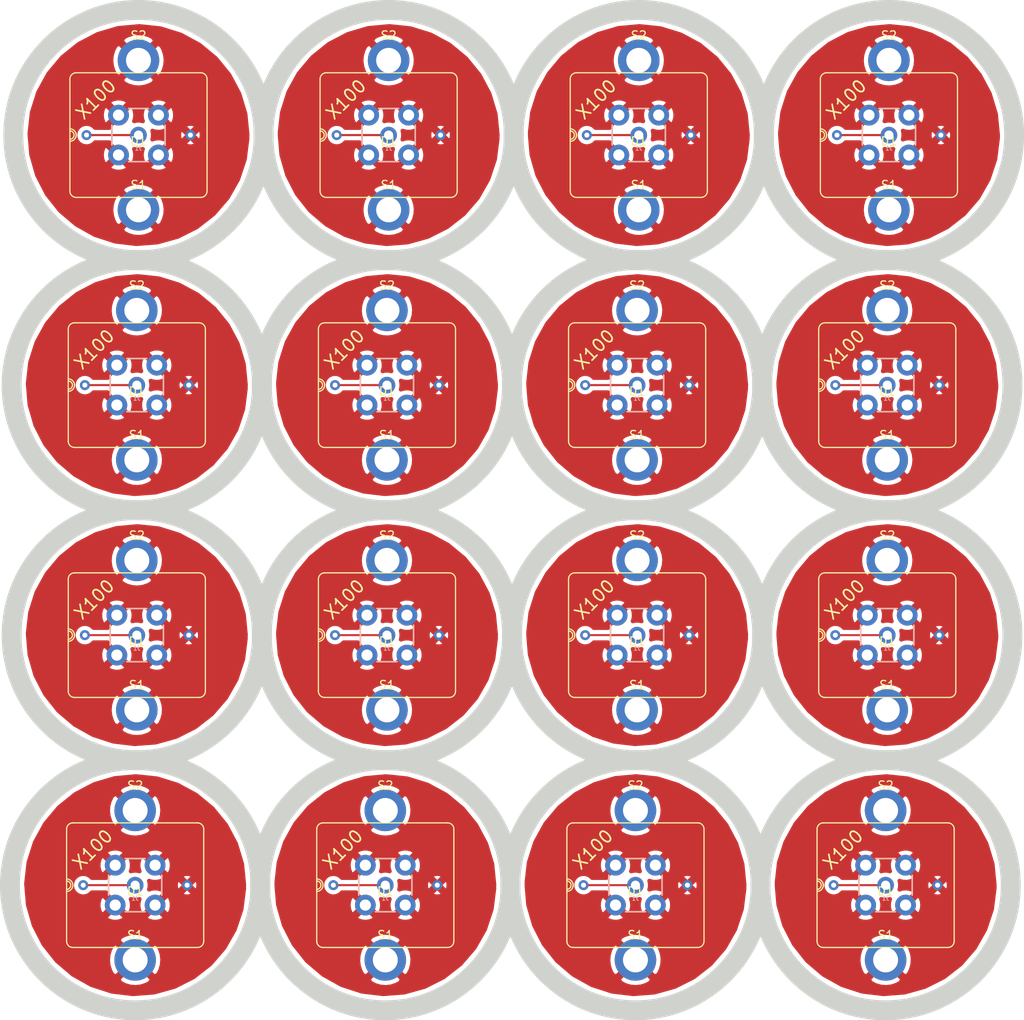
<source format=kicad_pcb>
(kicad_pcb (version 4) (host pcbnew 4.0.6)
  (layers (0 F.Cu signal) (31 B.Cu signal) (34 B.Paste user) (35 F.Paste user) (36 B.SilkS user) (37 F.SilkS user) (38 B.Mask user) (39 F.Mask user) (44 Edge.Cuts user))
  (net 0 "")
  (net 1 "Net-(D1-Pad1)")
  (net 2 "Net-(D1-Pad2)")
  (module local:SMA_STRAIGHT_PCB_LPRS (layer B.Cu) (at 88.6 119.3)
    (fp_text reference J1 (at 0 1.6) (layer B.SilkS) (effects (font (size 0.5 0.5) (thickness 0.1)) (justify mirror)))
    (fp_text value SMA)
    (pad 1 thru_hole circle (at 0 0) (size 2 2) (drill 1.1) (layers *.Cu *.Mask) (net 1 "Net-(D1-Pad1)"))
    (pad 2 thru_hole circle (at -2.4 2.4) (size 2.5 2.5) (drill 1.35) (layers *.Cu *.Mask) (net 2 "Net-(D1-Pad2)"))
    (pad 3 thru_hole circle (at 2.4 2.4) (size 2.5 2.5) (drill 1.35) (layers *.Cu *.Mask) (net 2 "Net-(D1-Pad2)"))
    (pad 4 thru_hole circle (at 2.4 -2.4) (size 2.5 2.5) (drill 1.35) (layers *.Cu *.Mask) (net 2 "Net-(D1-Pad2)"))
    (pad 5 thru_hole circle (at -2.4 -2.4) (size 2.5 2.5) (drill 1.35) (layers *.Cu *.Mask) (net 2 "Net-(D1-Pad2)"))
  )
  (module local:SMA_STRAIGHT_PCB_LPRS (layer B.Cu) (at 28.6 89.2)
    (fp_text reference J1 (at 0 1.6) (layer B.SilkS) (effects (font (size 0.5 0.5) (thickness 0.1)) (justify mirror)))
    (fp_text value SMA)
    (pad 1 thru_hole circle (at 0 0) (size 2 2) (drill 1.1) (layers *.Cu *.Mask) (net 1 "Net-(D1-Pad1)"))
    (pad 2 thru_hole circle (at -2.4 2.4) (size 2.5 2.5) (drill 1.35) (layers *.Cu *.Mask) (net 2 "Net-(D1-Pad2)"))
    (pad 3 thru_hole circle (at 2.4 2.4) (size 2.5 2.5) (drill 1.35) (layers *.Cu *.Mask) (net 2 "Net-(D1-Pad2)"))
    (pad 4 thru_hole circle (at 2.4 -2.4) (size 2.5 2.5) (drill 1.35) (layers *.Cu *.Mask) (net 2 "Net-(D1-Pad2)"))
    (pad 5 thru_hole circle (at -2.4 -2.4) (size 2.5 2.5) (drill 1.35) (layers *.Cu *.Mask) (net 2 "Net-(D1-Pad2)"))
  )
  (module local:SMA_STRAIGHT_PCB_LPRS (layer B.Cu) (at 88.8 89.2)
    (fp_text reference J1 (at 0 1.6) (layer B.SilkS) (effects (font (size 0.5 0.5) (thickness 0.1)) (justify mirror)))
    (fp_text value SMA)
    (pad 1 thru_hole circle (at 0 0) (size 2 2) (drill 1.1) (layers *.Cu *.Mask) (net 1 "Net-(D1-Pad1)"))
    (pad 2 thru_hole circle (at -2.4 2.4) (size 2.5 2.5) (drill 1.35) (layers *.Cu *.Mask) (net 2 "Net-(D1-Pad2)"))
    (pad 3 thru_hole circle (at 2.4 2.4) (size 2.5 2.5) (drill 1.35) (layers *.Cu *.Mask) (net 2 "Net-(D1-Pad2)"))
    (pad 4 thru_hole circle (at 2.4 -2.4) (size 2.5 2.5) (drill 1.35) (layers *.Cu *.Mask) (net 2 "Net-(D1-Pad2)"))
    (pad 5 thru_hole circle (at -2.4 -2.4) (size 2.5 2.5) (drill 1.35) (layers *.Cu *.Mask) (net 2 "Net-(D1-Pad2)"))
  )
  (module local:SMA_STRAIGHT_PCB_LPRS (layer B.Cu) (at 58.7 89.2)
    (fp_text reference J1 (at 0 1.6) (layer B.SilkS) (effects (font (size 0.5 0.5) (thickness 0.1)) (justify mirror)))
    (fp_text value SMA)
    (pad 1 thru_hole circle (at 0 0) (size 2 2) (drill 1.1) (layers *.Cu *.Mask) (net 1 "Net-(D1-Pad1)"))
    (pad 2 thru_hole circle (at -2.4 2.4) (size 2.5 2.5) (drill 1.35) (layers *.Cu *.Mask) (net 2 "Net-(D1-Pad2)"))
    (pad 3 thru_hole circle (at 2.4 2.4) (size 2.5 2.5) (drill 1.35) (layers *.Cu *.Mask) (net 2 "Net-(D1-Pad2)"))
    (pad 4 thru_hole circle (at 2.4 -2.4) (size 2.5 2.5) (drill 1.35) (layers *.Cu *.Mask) (net 2 "Net-(D1-Pad2)"))
    (pad 5 thru_hole circle (at -2.4 -2.4) (size 2.5 2.5) (drill 1.35) (layers *.Cu *.Mask) (net 2 "Net-(D1-Pad2)"))
  )
  (module local:SMA_STRAIGHT_PCB_LPRS (layer B.Cu) (at 58.5 119.3)
    (fp_text reference J1 (at 0 1.6) (layer B.SilkS) (effects (font (size 0.5 0.5) (thickness 0.1)) (justify mirror)))
    (fp_text value SMA)
    (pad 1 thru_hole circle (at 0 0) (size 2 2) (drill 1.1) (layers *.Cu *.Mask) (net 1 "Net-(D1-Pad1)"))
    (pad 2 thru_hole circle (at -2.4 2.4) (size 2.5 2.5) (drill 1.35) (layers *.Cu *.Mask) (net 2 "Net-(D1-Pad2)"))
    (pad 3 thru_hole circle (at 2.4 2.4) (size 2.5 2.5) (drill 1.35) (layers *.Cu *.Mask) (net 2 "Net-(D1-Pad2)"))
    (pad 4 thru_hole circle (at 2.4 -2.4) (size 2.5 2.5) (drill 1.35) (layers *.Cu *.Mask) (net 2 "Net-(D1-Pad2)"))
    (pad 5 thru_hole circle (at -2.4 -2.4) (size 2.5 2.5) (drill 1.35) (layers *.Cu *.Mask) (net 2 "Net-(D1-Pad2)"))
  )
  (module local:SMA_STRAIGHT_PCB_LPRS (layer B.Cu) (at 118.7 119.3)
    (fp_text reference J1 (at 0 1.6) (layer B.SilkS) (effects (font (size 0.5 0.5) (thickness 0.1)) (justify mirror)))
    (fp_text value SMA)
    (pad 1 thru_hole circle (at 0 0) (size 2 2) (drill 1.1) (layers *.Cu *.Mask) (net 1 "Net-(D1-Pad1)"))
    (pad 2 thru_hole circle (at -2.4 2.4) (size 2.5 2.5) (drill 1.35) (layers *.Cu *.Mask) (net 2 "Net-(D1-Pad2)"))
    (pad 3 thru_hole circle (at 2.4 2.4) (size 2.5 2.5) (drill 1.35) (layers *.Cu *.Mask) (net 2 "Net-(D1-Pad2)"))
    (pad 4 thru_hole circle (at 2.4 -2.4) (size 2.5 2.5) (drill 1.35) (layers *.Cu *.Mask) (net 2 "Net-(D1-Pad2)"))
    (pad 5 thru_hole circle (at -2.4 -2.4) (size 2.5 2.5) (drill 1.35) (layers *.Cu *.Mask) (net 2 "Net-(D1-Pad2)"))
  )
  (module local:SMA_STRAIGHT_PCB_LPRS (layer B.Cu) (at 28.4 119.3)
    (fp_text reference J1 (at 0 1.6) (layer B.SilkS) (effects (font (size 0.5 0.5) (thickness 0.1)) (justify mirror)))
    (fp_text value SMA)
    (pad 1 thru_hole circle (at 0 0) (size 2 2) (drill 1.1) (layers *.Cu *.Mask) (net 1 "Net-(D1-Pad1)"))
    (pad 2 thru_hole circle (at -2.4 2.4) (size 2.5 2.5) (drill 1.35) (layers *.Cu *.Mask) (net 2 "Net-(D1-Pad2)"))
    (pad 3 thru_hole circle (at 2.4 2.4) (size 2.5 2.5) (drill 1.35) (layers *.Cu *.Mask) (net 2 "Net-(D1-Pad2)"))
    (pad 4 thru_hole circle (at 2.4 -2.4) (size 2.5 2.5) (drill 1.35) (layers *.Cu *.Mask) (net 2 "Net-(D1-Pad2)"))
    (pad 5 thru_hole circle (at -2.4 -2.4) (size 2.5 2.5) (drill 1.35) (layers *.Cu *.Mask) (net 2 "Net-(D1-Pad2)"))
  )
  (module local:SMA_STRAIGHT_PCB_LPRS (layer B.Cu) (at 118.9 89.2)
    (fp_text reference J1 (at 0 1.6) (layer B.SilkS) (effects (font (size 0.5 0.5) (thickness 0.1)) (justify mirror)))
    (fp_text value SMA)
    (pad 1 thru_hole circle (at 0 0) (size 2 2) (drill 1.1) (layers *.Cu *.Mask) (net 1 "Net-(D1-Pad1)"))
    (pad 2 thru_hole circle (at -2.4 2.4) (size 2.5 2.5) (drill 1.35) (layers *.Cu *.Mask) (net 2 "Net-(D1-Pad2)"))
    (pad 3 thru_hole circle (at 2.4 2.4) (size 2.5 2.5) (drill 1.35) (layers *.Cu *.Mask) (net 2 "Net-(D1-Pad2)"))
    (pad 4 thru_hole circle (at 2.4 -2.4) (size 2.5 2.5) (drill 1.35) (layers *.Cu *.Mask) (net 2 "Net-(D1-Pad2)"))
    (pad 5 thru_hole circle (at -2.4 -2.4) (size 2.5 2.5) (drill 1.35) (layers *.Cu *.Mask) (net 2 "Net-(D1-Pad2)"))
  )
  (module Measurement_Points:Measurement_Point_Round-TH_Big (layer F.Cu) (at 118.7 110.3)
    (fp_text reference S2 (at 0 -3) (layer F.SilkS))
    (fp_text value M2)
    (pad 1 thru_hole circle (at 0 0) (size 5 5) (drill 3) (layers *.Cu *.Mask) (net 2 "Net-(D1-Pad2)"))
  )
  (module Measurement_Points:Measurement_Point_Round-TH_Big (layer F.Cu) (at 118.7 128.3)
    (fp_text reference S1 (at 0 -3) (layer F.SilkS))
    (fp_text value M2)
    (pad 1 thru_hole circle (at 0 0) (size 5 5) (drill 3) (layers *.Cu *.Mask) (net 2 "Net-(D1-Pad2)"))
  )
  (module Measurement_Points:Measurement_Point_Round-TH_Big (layer F.Cu) (at 88.6 128.3)
    (fp_text reference S1 (at 0 -3) (layer F.SilkS))
    (fp_text value M2)
    (pad 1 thru_hole circle (at 0 0) (size 5 5) (drill 3) (layers *.Cu *.Mask) (net 2 "Net-(D1-Pad2)"))
  )
  (module Measurement_Points:Measurement_Point_Round-TH_Big (layer F.Cu) (at 88.6 110.3)
    (fp_text reference S2 (at 0 -3) (layer F.SilkS))
    (fp_text value M2)
    (pad 1 thru_hole circle (at 0 0) (size 5 5) (drill 3) (layers *.Cu *.Mask) (net 2 "Net-(D1-Pad2)"))
  )
  (module local:X100-7-THD (layer F.Cu) (at 88.6 119.3)
    (fp_text reference D1 (at 0 0.75) (layer F.SilkS))
    (fp_text value X100)
    (pad 1 thru_hole circle (at -6.25 0) (size 1.2 1.2) (drill 0.6) (layers *.Cu *.Mask) (net 1 "Net-(D1-Pad1)"))
    (pad 2 thru_hole circle (at 6.25 0) (size 1.2 1.2) (drill 0.6) (layers *.Cu *.Mask) (net 2 "Net-(D1-Pad2)"))
  )
  (module local:X100-7-THD (layer F.Cu) (at 118.7 119.3)
    (fp_text reference D1 (at 0 0.75) (layer F.SilkS))
    (fp_text value X100)
    (pad 1 thru_hole circle (at -6.25 0) (size 1.2 1.2) (drill 0.6) (layers *.Cu *.Mask) (net 1 "Net-(D1-Pad1)"))
    (pad 2 thru_hole circle (at 6.25 0) (size 1.2 1.2) (drill 0.6) (layers *.Cu *.Mask) (net 2 "Net-(D1-Pad2)"))
  )
  (module Measurement_Points:Measurement_Point_Round-TH_Big (layer F.Cu) (at 118.9 98.2)
    (fp_text reference S1 (at 0 -3) (layer F.SilkS))
    (fp_text value M2)
    (pad 1 thru_hole circle (at 0 0) (size 5 5) (drill 3) (layers *.Cu *.Mask) (net 2 "Net-(D1-Pad2)"))
  )
  (module Measurement_Points:Measurement_Point_Round-TH_Big (layer F.Cu) (at 118.9 80.2)
    (fp_text reference S2 (at 0 -3) (layer F.SilkS))
    (fp_text value M2)
    (pad 1 thru_hole circle (at 0 0) (size 5 5) (drill 3) (layers *.Cu *.Mask) (net 2 "Net-(D1-Pad2)"))
  )
  (module local:X100-7-THD (layer F.Cu) (at 118.9 89.2)
    (fp_text reference D1 (at 0 0.75) (layer F.SilkS))
    (fp_text value X100)
    (pad 1 thru_hole circle (at -6.25 0) (size 1.2 1.2) (drill 0.6) (layers *.Cu *.Mask) (net 1 "Net-(D1-Pad1)"))
    (pad 2 thru_hole circle (at 6.25 0) (size 1.2 1.2) (drill 0.6) (layers *.Cu *.Mask) (net 2 "Net-(D1-Pad2)"))
  )
  (module Measurement_Points:Measurement_Point_Round-TH_Big (layer F.Cu) (at 88.8 98.2)
    (fp_text reference S1 (at 0 -3) (layer F.SilkS))
    (fp_text value M2)
    (pad 1 thru_hole circle (at 0 0) (size 5 5) (drill 3) (layers *.Cu *.Mask) (net 2 "Net-(D1-Pad2)"))
  )
  (module local:X100-7-THD (layer F.Cu) (at 88.8 89.2)
    (fp_text reference D1 (at 0 0.75) (layer F.SilkS))
    (fp_text value X100)
    (pad 1 thru_hole circle (at -6.25 0) (size 1.2 1.2) (drill 0.6) (layers *.Cu *.Mask) (net 1 "Net-(D1-Pad1)"))
    (pad 2 thru_hole circle (at 6.25 0) (size 1.2 1.2) (drill 0.6) (layers *.Cu *.Mask) (net 2 "Net-(D1-Pad2)"))
  )
  (module Measurement_Points:Measurement_Point_Round-TH_Big (layer F.Cu) (at 88.8 80.2)
    (fp_text reference S2 (at 0 -3) (layer F.SilkS))
    (fp_text value M2)
    (pad 1 thru_hole circle (at 0 0) (size 5 5) (drill 3) (layers *.Cu *.Mask) (net 2 "Net-(D1-Pad2)"))
  )
  (module Measurement_Points:Measurement_Point_Round-TH_Big (layer F.Cu) (at 28.4 128.3)
    (fp_text reference S1 (at 0 -3) (layer F.SilkS))
    (fp_text value M2)
    (pad 1 thru_hole circle (at 0 0) (size 5 5) (drill 3) (layers *.Cu *.Mask) (net 2 "Net-(D1-Pad2)"))
  )
  (module local:X100-7-THD (layer F.Cu) (at 28.6 89.2)
    (fp_text reference D1 (at 0 0.75) (layer F.SilkS))
    (fp_text value X100)
    (pad 1 thru_hole circle (at -6.25 0) (size 1.2 1.2) (drill 0.6) (layers *.Cu *.Mask) (net 1 "Net-(D1-Pad1)"))
    (pad 2 thru_hole circle (at 6.25 0) (size 1.2 1.2) (drill 0.6) (layers *.Cu *.Mask) (net 2 "Net-(D1-Pad2)"))
  )
  (module Measurement_Points:Measurement_Point_Round-TH_Big (layer F.Cu) (at 28.6 98.2)
    (fp_text reference S1 (at 0 -3) (layer F.SilkS))
    (fp_text value M2)
    (pad 1 thru_hole circle (at 0 0) (size 5 5) (drill 3) (layers *.Cu *.Mask) (net 2 "Net-(D1-Pad2)"))
  )
  (module Measurement_Points:Measurement_Point_Round-TH_Big (layer F.Cu) (at 28.4 110.3)
    (fp_text reference S2 (at 0 -3) (layer F.SilkS))
    (fp_text value M2)
    (pad 1 thru_hole circle (at 0 0) (size 5 5) (drill 3) (layers *.Cu *.Mask) (net 2 "Net-(D1-Pad2)"))
  )
  (module local:X100-7-THD (layer F.Cu) (at 28.4 119.3)
    (fp_text reference D1 (at 0 0.75) (layer F.SilkS))
    (fp_text value X100)
    (pad 1 thru_hole circle (at -6.25 0) (size 1.2 1.2) (drill 0.6) (layers *.Cu *.Mask) (net 1 "Net-(D1-Pad1)"))
    (pad 2 thru_hole circle (at 6.25 0) (size 1.2 1.2) (drill 0.6) (layers *.Cu *.Mask) (net 2 "Net-(D1-Pad2)"))
  )
  (module Measurement_Points:Measurement_Point_Round-TH_Big (layer F.Cu) (at 28.6 80.2)
    (fp_text reference S2 (at 0 -3) (layer F.SilkS))
    (fp_text value M2)
    (pad 1 thru_hole circle (at 0 0) (size 5 5) (drill 3) (layers *.Cu *.Mask) (net 2 "Net-(D1-Pad2)"))
  )
  (module Measurement_Points:Measurement_Point_Round-TH_Big (layer F.Cu) (at 58.5 128.3)
    (fp_text reference S1 (at 0 -3) (layer F.SilkS))
    (fp_text value M2)
    (pad 1 thru_hole circle (at 0 0) (size 5 5) (drill 3) (layers *.Cu *.Mask) (net 2 "Net-(D1-Pad2)"))
  )
  (module Measurement_Points:Measurement_Point_Round-TH_Big (layer F.Cu) (at 58.7 98.2)
    (fp_text reference S1 (at 0 -3) (layer F.SilkS))
    (fp_text value M2)
    (pad 1 thru_hole circle (at 0 0) (size 5 5) (drill 3) (layers *.Cu *.Mask) (net 2 "Net-(D1-Pad2)"))
  )
  (module Measurement_Points:Measurement_Point_Round-TH_Big (layer F.Cu) (at 58.7 80.2)
    (fp_text reference S2 (at 0 -3) (layer F.SilkS))
    (fp_text value M2)
    (pad 1 thru_hole circle (at 0 0) (size 5 5) (drill 3) (layers *.Cu *.Mask) (net 2 "Net-(D1-Pad2)"))
  )
  (module local:X100-7-THD (layer F.Cu) (at 58.5 119.3)
    (fp_text reference D1 (at 0 0.75) (layer F.SilkS))
    (fp_text value X100)
    (pad 1 thru_hole circle (at -6.25 0) (size 1.2 1.2) (drill 0.6) (layers *.Cu *.Mask) (net 1 "Net-(D1-Pad1)"))
    (pad 2 thru_hole circle (at 6.25 0) (size 1.2 1.2) (drill 0.6) (layers *.Cu *.Mask) (net 2 "Net-(D1-Pad2)"))
  )
  (module Measurement_Points:Measurement_Point_Round-TH_Big (layer F.Cu) (at 58.5 110.3)
    (fp_text reference S2 (at 0 -3) (layer F.SilkS))
    (fp_text value M2)
    (pad 1 thru_hole circle (at 0 0) (size 5 5) (drill 3) (layers *.Cu *.Mask) (net 2 "Net-(D1-Pad2)"))
  )
  (module local:X100-7-THD (layer F.Cu) (at 58.7 89.2)
    (fp_text reference D1 (at 0 0.75) (layer F.SilkS))
    (fp_text value X100)
    (pad 1 thru_hole circle (at -6.25 0) (size 1.2 1.2) (drill 0.6) (layers *.Cu *.Mask) (net 1 "Net-(D1-Pad1)"))
    (pad 2 thru_hole circle (at 6.25 0) (size 1.2 1.2) (drill 0.6) (layers *.Cu *.Mask) (net 2 "Net-(D1-Pad2)"))
  )
  (module local:SMA_STRAIGHT_PCB_LPRS (layer B.Cu) (at 118.9 59.1)
    (fp_text reference J1 (at 0 1.6) (layer B.SilkS) (effects (font (size 0.5 0.5) (thickness 0.1)) (justify mirror)))
    (fp_text value SMA)
    (pad 1 thru_hole circle (at 0 0) (size 2 2) (drill 1.1) (layers *.Cu *.Mask) (net 1 "Net-(D1-Pad1)"))
    (pad 2 thru_hole circle (at -2.4 2.4) (size 2.5 2.5) (drill 1.35) (layers *.Cu *.Mask) (net 2 "Net-(D1-Pad2)"))
    (pad 3 thru_hole circle (at 2.4 2.4) (size 2.5 2.5) (drill 1.35) (layers *.Cu *.Mask) (net 2 "Net-(D1-Pad2)"))
    (pad 4 thru_hole circle (at 2.4 -2.4) (size 2.5 2.5) (drill 1.35) (layers *.Cu *.Mask) (net 2 "Net-(D1-Pad2)"))
    (pad 5 thru_hole circle (at -2.4 -2.4) (size 2.5 2.5) (drill 1.35) (layers *.Cu *.Mask) (net 2 "Net-(D1-Pad2)"))
  )
  (module local:SMA_STRAIGHT_PCB_LPRS (layer B.Cu) (at 28.6 59.1)
    (fp_text reference J1 (at 0 1.6) (layer B.SilkS) (effects (font (size 0.5 0.5) (thickness 0.1)) (justify mirror)))
    (fp_text value SMA)
    (pad 1 thru_hole circle (at 0 0) (size 2 2) (drill 1.1) (layers *.Cu *.Mask) (net 1 "Net-(D1-Pad1)"))
    (pad 2 thru_hole circle (at -2.4 2.4) (size 2.5 2.5) (drill 1.35) (layers *.Cu *.Mask) (net 2 "Net-(D1-Pad2)"))
    (pad 3 thru_hole circle (at 2.4 2.4) (size 2.5 2.5) (drill 1.35) (layers *.Cu *.Mask) (net 2 "Net-(D1-Pad2)"))
    (pad 4 thru_hole circle (at 2.4 -2.4) (size 2.5 2.5) (drill 1.35) (layers *.Cu *.Mask) (net 2 "Net-(D1-Pad2)"))
    (pad 5 thru_hole circle (at -2.4 -2.4) (size 2.5 2.5) (drill 1.35) (layers *.Cu *.Mask) (net 2 "Net-(D1-Pad2)"))
  )
  (module local:SMA_STRAIGHT_PCB_LPRS (layer B.Cu) (at 88.8 59.1)
    (fp_text reference J1 (at 0 1.6) (layer B.SilkS) (effects (font (size 0.5 0.5) (thickness 0.1)) (justify mirror)))
    (fp_text value SMA)
    (pad 1 thru_hole circle (at 0 0) (size 2 2) (drill 1.1) (layers *.Cu *.Mask) (net 1 "Net-(D1-Pad1)"))
    (pad 2 thru_hole circle (at -2.4 2.4) (size 2.5 2.5) (drill 1.35) (layers *.Cu *.Mask) (net 2 "Net-(D1-Pad2)"))
    (pad 3 thru_hole circle (at 2.4 2.4) (size 2.5 2.5) (drill 1.35) (layers *.Cu *.Mask) (net 2 "Net-(D1-Pad2)"))
    (pad 4 thru_hole circle (at 2.4 -2.4) (size 2.5 2.5) (drill 1.35) (layers *.Cu *.Mask) (net 2 "Net-(D1-Pad2)"))
    (pad 5 thru_hole circle (at -2.4 -2.4) (size 2.5 2.5) (drill 1.35) (layers *.Cu *.Mask) (net 2 "Net-(D1-Pad2)"))
  )
  (module local:SMA_STRAIGHT_PCB_LPRS (layer B.Cu) (at 58.7 59.1)
    (fp_text reference J1 (at 0 1.6) (layer B.SilkS) (effects (font (size 0.5 0.5) (thickness 0.1)) (justify mirror)))
    (fp_text value SMA)
    (pad 1 thru_hole circle (at 0 0) (size 2 2) (drill 1.1) (layers *.Cu *.Mask) (net 1 "Net-(D1-Pad1)"))
    (pad 2 thru_hole circle (at -2.4 2.4) (size 2.5 2.5) (drill 1.35) (layers *.Cu *.Mask) (net 2 "Net-(D1-Pad2)"))
    (pad 3 thru_hole circle (at 2.4 2.4) (size 2.5 2.5) (drill 1.35) (layers *.Cu *.Mask) (net 2 "Net-(D1-Pad2)"))
    (pad 4 thru_hole circle (at 2.4 -2.4) (size 2.5 2.5) (drill 1.35) (layers *.Cu *.Mask) (net 2 "Net-(D1-Pad2)"))
    (pad 5 thru_hole circle (at -2.4 -2.4) (size 2.5 2.5) (drill 1.35) (layers *.Cu *.Mask) (net 2 "Net-(D1-Pad2)"))
  )
  (module Measurement_Points:Measurement_Point_Round-TH_Big (layer F.Cu) (at 28.6 50.1)
    (fp_text reference S2 (at 0 -3) (layer F.SilkS))
    (fp_text value M2)
    (pad 1 thru_hole circle (at 0 0) (size 5 5) (drill 3) (layers *.Cu *.Mask) (net 2 "Net-(D1-Pad2)"))
  )
  (module local:X100-7-THD (layer F.Cu) (at 28.6 59.1)
    (fp_text reference D1 (at 0 0.75) (layer F.SilkS))
    (fp_text value X100)
    (pad 1 thru_hole circle (at -6.25 0) (size 1.2 1.2) (drill 0.6) (layers *.Cu *.Mask) (net 1 "Net-(D1-Pad1)"))
    (pad 2 thru_hole circle (at 6.25 0) (size 1.2 1.2) (drill 0.6) (layers *.Cu *.Mask) (net 2 "Net-(D1-Pad2)"))
  )
  (module local:X100-7-THD (layer F.Cu) (at 58.7 59.1)
    (fp_text reference D1 (at 0 0.75) (layer F.SilkS))
    (fp_text value X100)
    (pad 1 thru_hole circle (at -6.25 0) (size 1.2 1.2) (drill 0.6) (layers *.Cu *.Mask) (net 1 "Net-(D1-Pad1)"))
    (pad 2 thru_hole circle (at 6.25 0) (size 1.2 1.2) (drill 0.6) (layers *.Cu *.Mask) (net 2 "Net-(D1-Pad2)"))
  )
  (module Measurement_Points:Measurement_Point_Round-TH_Big (layer F.Cu) (at 58.7 68.1)
    (fp_text reference S1 (at 0 -3) (layer F.SilkS))
    (fp_text value M2)
    (pad 1 thru_hole circle (at 0 0) (size 5 5) (drill 3) (layers *.Cu *.Mask) (net 2 "Net-(D1-Pad2)"))
  )
  (module Measurement_Points:Measurement_Point_Round-TH_Big (layer F.Cu) (at 58.7 50.1)
    (fp_text reference S2 (at 0 -3) (layer F.SilkS))
    (fp_text value M2)
    (pad 1 thru_hole circle (at 0 0) (size 5 5) (drill 3) (layers *.Cu *.Mask) (net 2 "Net-(D1-Pad2)"))
  )
  (module Measurement_Points:Measurement_Point_Round-TH_Big (layer F.Cu) (at 28.6 68.1)
    (fp_text reference S1 (at 0 -3) (layer F.SilkS))
    (fp_text value M2)
    (pad 1 thru_hole circle (at 0 0) (size 5 5) (drill 3) (layers *.Cu *.Mask) (net 2 "Net-(D1-Pad2)"))
  )
  (module Measurement_Points:Measurement_Point_Round-TH_Big (layer F.Cu) (at 88.8 50.1)
    (fp_text reference S2 (at 0 -3) (layer F.SilkS))
    (fp_text value M2)
    (pad 1 thru_hole circle (at 0 0) (size 5 5) (drill 3) (layers *.Cu *.Mask) (net 2 "Net-(D1-Pad2)"))
  )
  (module local:X100-7-THD (layer F.Cu) (at 118.9 59.1)
    (fp_text reference D1 (at 0 0.75) (layer F.SilkS))
    (fp_text value X100)
    (pad 1 thru_hole circle (at -6.25 0) (size 1.2 1.2) (drill 0.6) (layers *.Cu *.Mask) (net 1 "Net-(D1-Pad1)"))
    (pad 2 thru_hole circle (at 6.25 0) (size 1.2 1.2) (drill 0.6) (layers *.Cu *.Mask) (net 2 "Net-(D1-Pad2)"))
  )
  (module Measurement_Points:Measurement_Point_Round-TH_Big (layer F.Cu) (at 118.9 68.1)
    (fp_text reference S1 (at 0 -3) (layer F.SilkS))
    (fp_text value M2)
    (pad 1 thru_hole circle (at 0 0) (size 5 5) (drill 3) (layers *.Cu *.Mask) (net 2 "Net-(D1-Pad2)"))
  )
  (module Measurement_Points:Measurement_Point_Round-TH_Big (layer F.Cu) (at 88.8 68.1)
    (fp_text reference S1 (at 0 -3) (layer F.SilkS))
    (fp_text value M2)
    (pad 1 thru_hole circle (at 0 0) (size 5 5) (drill 3) (layers *.Cu *.Mask) (net 2 "Net-(D1-Pad2)"))
  )
  (module local:X100-7-THD (layer F.Cu) (at 88.8 59.1)
    (fp_text reference D1 (at 0 0.75) (layer F.SilkS))
    (fp_text value X100)
    (pad 1 thru_hole circle (at -6.25 0) (size 1.2 1.2) (drill 0.6) (layers *.Cu *.Mask) (net 1 "Net-(D1-Pad1)"))
    (pad 2 thru_hole circle (at 6.25 0) (size 1.2 1.2) (drill 0.6) (layers *.Cu *.Mask) (net 2 "Net-(D1-Pad2)"))
  )
  (module Measurement_Points:Measurement_Point_Round-TH_Big (layer F.Cu) (at 118.9 50.1)
    (fp_text reference S2 (at 0 -3) (layer F.SilkS))
    (fp_text value M2)
    (pad 1 thru_hole circle (at 0 0) (size 5 5) (drill 3) (layers *.Cu *.Mask) (net 2 "Net-(D1-Pad2)"))
  )
  (module local:SMA_STRAIGHT_PCB_LPRS (layer B.Cu) (at 119.1 29)
    (fp_text reference J1 (at 0 1.6) (layer B.SilkS) (effects (font (size 0.5 0.5) (thickness 0.1)) (justify mirror)))
    (fp_text value SMA)
    (pad 1 thru_hole circle (at 0 0) (size 2 2) (drill 1.1) (layers *.Cu *.Mask) (net 1 "Net-(D1-Pad1)"))
    (pad 2 thru_hole circle (at -2.4 2.4) (size 2.5 2.5) (drill 1.35) (layers *.Cu *.Mask) (net 2 "Net-(D1-Pad2)"))
    (pad 3 thru_hole circle (at 2.4 2.4) (size 2.5 2.5) (drill 1.35) (layers *.Cu *.Mask) (net 2 "Net-(D1-Pad2)"))
    (pad 4 thru_hole circle (at 2.4 -2.4) (size 2.5 2.5) (drill 1.35) (layers *.Cu *.Mask) (net 2 "Net-(D1-Pad2)"))
    (pad 5 thru_hole circle (at -2.4 -2.4) (size 2.5 2.5) (drill 1.35) (layers *.Cu *.Mask) (net 2 "Net-(D1-Pad2)"))
  )
  (module local:SMA_STRAIGHT_PCB_LPRS (layer B.Cu) (at 89 29)
    (fp_text reference J1 (at 0 1.6) (layer B.SilkS) (effects (font (size 0.5 0.5) (thickness 0.1)) (justify mirror)))
    (fp_text value SMA)
    (pad 1 thru_hole circle (at 0 0) (size 2 2) (drill 1.1) (layers *.Cu *.Mask) (net 1 "Net-(D1-Pad1)"))
    (pad 2 thru_hole circle (at -2.4 2.4) (size 2.5 2.5) (drill 1.35) (layers *.Cu *.Mask) (net 2 "Net-(D1-Pad2)"))
    (pad 3 thru_hole circle (at 2.4 2.4) (size 2.5 2.5) (drill 1.35) (layers *.Cu *.Mask) (net 2 "Net-(D1-Pad2)"))
    (pad 4 thru_hole circle (at 2.4 -2.4) (size 2.5 2.5) (drill 1.35) (layers *.Cu *.Mask) (net 2 "Net-(D1-Pad2)"))
    (pad 5 thru_hole circle (at -2.4 -2.4) (size 2.5 2.5) (drill 1.35) (layers *.Cu *.Mask) (net 2 "Net-(D1-Pad2)"))
  )
  (module local:X100-7-THD (layer F.Cu) (at 119.1 29)
    (fp_text reference D1 (at 0 0.75) (layer F.SilkS))
    (fp_text value X100)
    (pad 1 thru_hole circle (at -6.25 0) (size 1.2 1.2) (drill 0.6) (layers *.Cu *.Mask) (net 1 "Net-(D1-Pad1)"))
    (pad 2 thru_hole circle (at 6.25 0) (size 1.2 1.2) (drill 0.6) (layers *.Cu *.Mask) (net 2 "Net-(D1-Pad2)"))
  )
  (module Measurement_Points:Measurement_Point_Round-TH_Big (layer F.Cu) (at 119.1 38)
    (fp_text reference S1 (at 0 -3) (layer F.SilkS))
    (fp_text value M2)
    (pad 1 thru_hole circle (at 0 0) (size 5 5) (drill 3) (layers *.Cu *.Mask) (net 2 "Net-(D1-Pad2)"))
  )
  (module Measurement_Points:Measurement_Point_Round-TH_Big (layer F.Cu) (at 119.1 20)
    (fp_text reference S2 (at 0 -3) (layer F.SilkS))
    (fp_text value M2)
    (pad 1 thru_hole circle (at 0 0) (size 5 5) (drill 3) (layers *.Cu *.Mask) (net 2 "Net-(D1-Pad2)"))
  )
  (module Measurement_Points:Measurement_Point_Round-TH_Big (layer F.Cu) (at 89 38)
    (fp_text reference S1 (at 0 -3) (layer F.SilkS))
    (fp_text value M2)
    (pad 1 thru_hole circle (at 0 0) (size 5 5) (drill 3) (layers *.Cu *.Mask) (net 2 "Net-(D1-Pad2)"))
  )
  (module local:X100-7-THD (layer F.Cu) (at 89 29)
    (fp_text reference D1 (at 0 0.75) (layer F.SilkS))
    (fp_text value X100)
    (pad 1 thru_hole circle (at -6.25 0) (size 1.2 1.2) (drill 0.6) (layers *.Cu *.Mask) (net 1 "Net-(D1-Pad1)"))
    (pad 2 thru_hole circle (at 6.25 0) (size 1.2 1.2) (drill 0.6) (layers *.Cu *.Mask) (net 2 "Net-(D1-Pad2)"))
  )
  (module Measurement_Points:Measurement_Point_Round-TH_Big (layer F.Cu) (at 89 20)
    (fp_text reference S2 (at 0 -3) (layer F.SilkS))
    (fp_text value M2)
    (pad 1 thru_hole circle (at 0 0) (size 5 5) (drill 3) (layers *.Cu *.Mask) (net 2 "Net-(D1-Pad2)"))
  )
  (module local:X100-7-THD (layer F.Cu) (at 28.8 29)
    (fp_text reference D1 (at 0 0.75) (layer F.SilkS))
    (fp_text value X100)
    (pad 1 thru_hole circle (at -6.25 0) (size 1.2 1.2) (drill 0.6) (layers *.Cu *.Mask) (net 1 "Net-(D1-Pad1)"))
    (pad 2 thru_hole circle (at 6.25 0) (size 1.2 1.2) (drill 0.6) (layers *.Cu *.Mask) (net 2 "Net-(D1-Pad2)"))
  )
  (module local:SMA_STRAIGHT_PCB_LPRS (layer B.Cu) (at 28.8 29)
    (fp_text reference J1 (at 0 1.6) (layer B.SilkS) (effects (font (size 0.5 0.5) (thickness 0.1)) (justify mirror)))
    (fp_text value SMA)
    (pad 1 thru_hole circle (at 0 0) (size 2 2) (drill 1.1) (layers *.Cu *.Mask) (net 1 "Net-(D1-Pad1)"))
    (pad 2 thru_hole circle (at -2.4 2.4) (size 2.5 2.5) (drill 1.35) (layers *.Cu *.Mask) (net 2 "Net-(D1-Pad2)"))
    (pad 3 thru_hole circle (at 2.4 2.4) (size 2.5 2.5) (drill 1.35) (layers *.Cu *.Mask) (net 2 "Net-(D1-Pad2)"))
    (pad 4 thru_hole circle (at 2.4 -2.4) (size 2.5 2.5) (drill 1.35) (layers *.Cu *.Mask) (net 2 "Net-(D1-Pad2)"))
    (pad 5 thru_hole circle (at -2.4 -2.4) (size 2.5 2.5) (drill 1.35) (layers *.Cu *.Mask) (net 2 "Net-(D1-Pad2)"))
  )
  (module Measurement_Points:Measurement_Point_Round-TH_Big (layer F.Cu) (at 28.8 38)
    (fp_text reference S1 (at 0 -3) (layer F.SilkS))
    (fp_text value M2)
    (pad 1 thru_hole circle (at 0 0) (size 5 5) (drill 3) (layers *.Cu *.Mask) (net 2 "Net-(D1-Pad2)"))
  )
  (module Measurement_Points:Measurement_Point_Round-TH_Big (layer F.Cu) (at 28.8 20)
    (fp_text reference S2 (at 0 -3) (layer F.SilkS))
    (fp_text value M2)
    (pad 1 thru_hole circle (at 0 0) (size 5 5) (drill 3) (layers *.Cu *.Mask) (net 2 "Net-(D1-Pad2)"))
  )
  (module local:X100-7-THD (layer F.Cu) (at 58.9 29)
    (fp_text reference D1 (at 0 0.75) (layer F.SilkS))
    (fp_text value X100)
    (pad 1 thru_hole circle (at -6.25 0) (size 1.2 1.2) (drill 0.6) (layers *.Cu *.Mask) (net 1 "Net-(D1-Pad1)"))
    (pad 2 thru_hole circle (at 6.25 0) (size 1.2 1.2) (drill 0.6) (layers *.Cu *.Mask) (net 2 "Net-(D1-Pad2)"))
  )
  (module local:SMA_STRAIGHT_PCB_LPRS (layer B.Cu) (at 58.9 29)
    (fp_text reference J1 (at 0 1.6) (layer B.SilkS) (effects (font (size 0.5 0.5) (thickness 0.1)) (justify mirror)))
    (fp_text value SMA)
    (pad 1 thru_hole circle (at 0 0) (size 2 2) (drill 1.1) (layers *.Cu *.Mask) (net 1 "Net-(D1-Pad1)"))
    (pad 2 thru_hole circle (at -2.4 2.4) (size 2.5 2.5) (drill 1.35) (layers *.Cu *.Mask) (net 2 "Net-(D1-Pad2)"))
    (pad 3 thru_hole circle (at 2.4 2.4) (size 2.5 2.5) (drill 1.35) (layers *.Cu *.Mask) (net 2 "Net-(D1-Pad2)"))
    (pad 4 thru_hole circle (at 2.4 -2.4) (size 2.5 2.5) (drill 1.35) (layers *.Cu *.Mask) (net 2 "Net-(D1-Pad2)"))
    (pad 5 thru_hole circle (at -2.4 -2.4) (size 2.5 2.5) (drill 1.35) (layers *.Cu *.Mask) (net 2 "Net-(D1-Pad2)"))
  )
  (module Measurement_Points:Measurement_Point_Round-TH_Big (layer F.Cu) (at 58.9 38)
    (fp_text reference S1 (at 0 -3) (layer F.SilkS))
    (fp_text value M2)
    (pad 1 thru_hole circle (at 0 0) (size 5 5) (drill 3) (layers *.Cu *.Mask) (net 2 "Net-(D1-Pad2)"))
  )
  (module Measurement_Points:Measurement_Point_Round-TH_Big (layer F.Cu) (at 58.9 20)
    (fp_text reference S2 (at 0 -3) (layer F.SilkS))
    (fp_text value M2)
    (pad 1 thru_hole circle (at 0 0) (size 5 5) (drill 3) (layers *.Cu *.Mask) (net 2 "Net-(D1-Pad2)"))
  )
  (gr_text X100 (at 113.8 84.9 45) (layer F.SilkS) (effects (font (size 1.5 1.5) (thickness 0.2))))
  (gr_text X100 (at 113.6 115 45) (layer F.SilkS) (effects (font (size 1.5 1.5) (thickness 0.2))))
  (gr_text X100 (at 83.5 115 45) (layer F.SilkS) (effects (font (size 1.5 1.5) (thickness 0.2))))
  (gr_text X100 (at 83.7 84.9 45) (layer F.SilkS) (effects (font (size 1.5 1.5) (thickness 0.2))))
  (gr_text X100 (at 53.6 84.9 45) (layer F.SilkS) (effects (font (size 1.5 1.5) (thickness 0.2))))
  (gr_text X100 (at 23.3 115 45) (layer F.SilkS) (effects (font (size 1.5 1.5) (thickness 0.2))))
  (gr_text X100 (at 23.5 84.9 45) (layer F.SilkS) (effects (font (size 1.5 1.5) (thickness 0.2))))
  (gr_text X100 (at 53.4 115 45) (layer F.SilkS) (effects (font (size 1.5 1.5) (thickness 0.2))))
  (gr_circle (center 118.7 119.3) (end 129.5 129.8) (layer Edge.Cuts) (width 2.4))
  (gr_circle (center 118.9 89.2) (end 129.7 99.7) (layer Edge.Cuts) (width 2.4))
  (gr_circle (center 88.6 119.3) (end 99.4 129.8) (layer Edge.Cuts) (width 2.4))
  (gr_circle (center 88.8 89.2) (end 99.6 99.7) (layer Edge.Cuts) (width 2.4))
  (gr_circle (center 28.4 119.3) (end 39.2 129.8) (layer Edge.Cuts) (width 2.4))
  (gr_circle (center 58.7 89.2) (end 69.5 99.7) (layer Edge.Cuts) (width 2.4))
  (gr_circle (center 58.5 119.3) (end 69.3 129.8) (layer Edge.Cuts) (width 2.4))
  (gr_circle (center 28.6 89.2) (end 39.4 99.7) (layer Edge.Cuts) (width 2.4))
  (gr_text X100 (at 23.5 54.8 45) (layer F.SilkS) (effects (font (size 1.5 1.5) (thickness 0.2))))
  (gr_text X100 (at 53.6 54.8 45) (layer F.SilkS) (effects (font (size 1.5 1.5) (thickness 0.2))))
  (gr_text X100 (at 113.8 54.8 45) (layer F.SilkS) (effects (font (size 1.5 1.5) (thickness 0.2))))
  (gr_text X100 (at 83.7 54.8 45) (layer F.SilkS) (effects (font (size 1.5 1.5) (thickness 0.2))))
  (gr_circle (center 88.8 59.1) (end 99.6 69.6) (layer Edge.Cuts) (width 2.4))
  (gr_circle (center 28.6 59.1) (end 39.4 69.6) (layer Edge.Cuts) (width 2.4))
  (gr_circle (center 118.9 59.1) (end 129.7 69.6) (layer Edge.Cuts) (width 2.4))
  (gr_circle (center 58.7 59.1) (end 69.5 69.6) (layer Edge.Cuts) (width 2.4))
  (gr_text X100 (at 114 24.7 45) (layer F.SilkS) (effects (font (size 1.5 1.5) (thickness 0.2))))
  (gr_text X100 (at 83.9 24.7 45) (layer F.SilkS) (effects (font (size 1.5 1.5) (thickness 0.2))))
  (gr_circle (center 119.1 29) (end 129.9 39.5) (layer Edge.Cuts) (width 2.4))
  (gr_circle (center 89 29) (end 99.8 39.5) (layer Edge.Cuts) (width 2.4))
  (gr_text X100 (at 23.7 24.7 45) (layer F.SilkS) (effects (font (size 1.5 1.5) (thickness 0.2))))
  (gr_circle (center 28.8 29) (end 39.6 39.5) (layer Edge.Cuts) (width 2.4))
  (gr_text X100 (at 53.8 24.7 45) (layer F.SilkS) (effects (font (size 1.5 1.5) (thickness 0.2))))
  (gr_circle (center 58.9 29) (end 69.7 39.5) (layer Edge.Cuts) (width 2.4))
  (segment (start 57.085787 119.3) (end 52.25 119.3) (width 0.25) (layer F.Cu) (net 1))
  (segment (start 58.7 89.2) (end 57.285787 89.2) (width 0.25) (layer F.Cu) (net 1))
  (segment (start 57.285787 89.2) (end 52.45 89.2) (width 0.25) (layer F.Cu) (net 1))
  (segment (start 58.5 119.3) (end 57.085787 119.3) (width 0.25) (layer F.Cu) (net 1))
  (segment (start 118.9 89.2) (end 117.485787 89.2) (width 0.25) (layer F.Cu) (net 1))
  (segment (start 117.285787 119.3) (end 112.45 119.3) (width 0.25) (layer F.Cu) (net 1))
  (segment (start 118.7 119.3) (end 117.285787 119.3) (width 0.25) (layer F.Cu) (net 1))
  (segment (start 117.485787 89.2) (end 112.65 89.2) (width 0.25) (layer F.Cu) (net 1))
  (segment (start 28.6 89.2) (end 27.185787 89.2) (width 0.25) (layer F.Cu) (net 1))
  (segment (start 27.185787 89.2) (end 22.35 89.2) (width 0.25) (layer F.Cu) (net 1))
  (segment (start 26.985787 119.3) (end 22.15 119.3) (width 0.25) (layer F.Cu) (net 1))
  (segment (start 28.4 119.3) (end 26.985787 119.3) (width 0.25) (layer F.Cu) (net 1))
  (segment (start 88.6 119.3) (end 87.185787 119.3) (width 0.25) (layer F.Cu) (net 1))
  (segment (start 87.185787 119.3) (end 82.35 119.3) (width 0.25) (layer F.Cu) (net 1))
  (segment (start 87.385787 89.2) (end 82.55 89.2) (width 0.25) (layer F.Cu) (net 1))
  (segment (start 88.8 89.2) (end 87.385787 89.2) (width 0.25) (layer F.Cu) (net 1))
  (segment (start 27.185787 59.1) (end 22.35 59.1) (width 0.25) (layer F.Cu) (net 1))
  (segment (start 28.6 59.1) (end 27.185787 59.1) (width 0.25) (layer F.Cu) (net 1))
  (segment (start 57.285787 59.1) (end 52.45 59.1) (width 0.25) (layer F.Cu) (net 1))
  (segment (start 58.7 59.1) (end 57.285787 59.1) (width 0.25) (layer F.Cu) (net 1))
  (segment (start 117.485787 59.1) (end 112.65 59.1) (width 0.25) (layer F.Cu) (net 1))
  (segment (start 118.9 59.1) (end 117.485787 59.1) (width 0.25) (layer F.Cu) (net 1))
  (segment (start 88.8 59.1) (end 87.385787 59.1) (width 0.25) (layer F.Cu) (net 1))
  (segment (start 87.385787 59.1) (end 82.55 59.1) (width 0.25) (layer F.Cu) (net 1))
  (segment (start 117.685787 29) (end 112.85 29) (width 0.25) (layer F.Cu) (net 1))
  (segment (start 119.1 29) (end 117.685787 29) (width 0.25) (layer F.Cu) (net 1))
  (segment (start 89 29) (end 87.585787 29) (width 0.25) (layer F.Cu) (net 1))
  (segment (start 87.585787 29) (end 82.75 29) (width 0.25) (layer F.Cu) (net 1))
  (segment (start 28.8 29) (end 27.385787 29) (width 0.25) (layer F.Cu) (net 1))
  (segment (start 27.385787 29) (end 22.55 29) (width 0.25) (layer F.Cu) (net 1))
  (segment (start 58.9 29) (end 57.485787 29) (width 0.25) (layer F.Cu) (net 1))
  (segment (start 57.485787 29) (end 52.65 29) (width 0.25) (layer F.Cu) (net 1))
  (zone (net 2) (net_name "Net-(D1-Pad2)") (layer F.Cu) (connect_pads (clearance 0.5)) (min_thickness 0.5) (fill yes (arc_segments 32) (thermal_gap 0.508) (thermal_bridge_width 0.9))
    (polygon (pts (xy 14.8 15) (xy 42.8 15) (xy 42.8 43) (xy 14.8 43)))
  )
  (zone (net 2) (net_name "Net-(D1-Pad2)") (layer F.Cu) (connect_pads (clearance 0.5)) (min_thickness 0.5) (fill yes (arc_segments 32) (thermal_gap 0.508) (thermal_bridge_width 0.9))
    (polygon (pts (xy 44.9 15) (xy 72.9 15) (xy 72.9 43) (xy 44.9 43)))
  )
  (zone (net 2) (net_name "Net-(D1-Pad2)") (layer F.Cu) (connect_pads (clearance 0.5)) (min_thickness 0.5) (fill yes (arc_segments 32) (thermal_gap 0.508) (thermal_bridge_width 0.9))
    (polygon (pts (xy 75 15) (xy 103 15) (xy 103 43) (xy 75 43)))
  )
  (zone (net 2) (net_name "Net-(D1-Pad2)") (layer F.Cu) (connect_pads (clearance 0.5)) (min_thickness 0.5) (fill yes (arc_segments 32) (thermal_gap 0.508) (thermal_bridge_width 0.9))
    (polygon (pts (xy 105.1 15) (xy 133.1 15) (xy 133.1 43) (xy 105.1 43)))
  )
  (zone (net 2) (net_name "Net-(D1-Pad2)") (layer F.Cu) (connect_pads (clearance 0.5)) (min_thickness 0.5) (fill yes (arc_segments 32) (thermal_gap 0.508) (thermal_bridge_width 0.9))
    (polygon (pts (xy 104.9 45.1) (xy 132.9 45.1) (xy 132.9 73.1) (xy 104.9 73.1)))
  )
  (zone (net 2) (net_name "Net-(D1-Pad2)") (layer F.Cu) (connect_pads (clearance 0.5)) (min_thickness 0.5) (fill yes (arc_segments 32) (thermal_gap 0.508) (thermal_bridge_width 0.9))
    (polygon (pts (xy 74.8 45.1) (xy 102.8 45.1) (xy 102.8 73.1) (xy 74.8 73.1)))
  )
  (zone (net 2) (net_name "Net-(D1-Pad2)") (layer F.Cu) (connect_pads (clearance 0.5)) (min_thickness 0.5) (fill yes (arc_segments 32) (thermal_gap 0.508) (thermal_bridge_width 0.9))
    (polygon (pts (xy 44.7 45.1) (xy 72.7 45.1) (xy 72.7 73.1) (xy 44.7 73.1)))
  )
  (zone (net 2) (net_name "Net-(D1-Pad2)") (layer F.Cu) (connect_pads (clearance 0.5)) (min_thickness 0.5) (fill yes (arc_segments 32) (thermal_gap 0.508) (thermal_bridge_width 0.9))
    (polygon (pts (xy 14.6 45.1) (xy 42.6 45.1) (xy 42.6 73.1) (xy 14.6 73.1)))
  )
  (zone (net 2) (net_name "Net-(D1-Pad2)") (layer F.Cu) (connect_pads (clearance 0.5)) (min_thickness 0.5) (fill yes (arc_segments 32) (thermal_gap 0.508) (thermal_bridge_width 0.9))
    (polygon (pts (xy 74.8 75.2) (xy 102.8 75.2) (xy 102.8 103.2) (xy 74.8 103.2)))
  )
  (zone (net 2) (net_name "Net-(D1-Pad2)") (layer F.Cu) (connect_pads (clearance 0.5)) (min_thickness 0.5) (fill yes (arc_segments 32) (thermal_gap 0.508) (thermal_bridge_width 0.9))
    (polygon (pts (xy 74.6 105.3) (xy 102.6 105.3) (xy 102.6 133.3) (xy 74.6 133.3)))
  )
  (zone (net 2) (net_name "Net-(D1-Pad2)") (layer F.Cu) (connect_pads (clearance 0.5)) (min_thickness 0.5) (fill yes (arc_segments 32) (thermal_gap 0.508) (thermal_bridge_width 0.9))
    (polygon (pts (xy 14.6 75.2) (xy 42.6 75.2) (xy 42.6 103.2) (xy 14.6 103.2)))
  )
  (zone (net 2) (net_name "Net-(D1-Pad2)") (layer F.Cu) (connect_pads (clearance 0.5)) (min_thickness 0.5) (fill yes (arc_segments 32) (thermal_gap 0.508) (thermal_bridge_width 0.9))
    (polygon (pts (xy 14.4 105.3) (xy 42.4 105.3) (xy 42.4 133.3) (xy 14.4 133.3)))
  )
  (zone (net 2) (net_name "Net-(D1-Pad2)") (layer F.Cu) (connect_pads (clearance 0.5)) (min_thickness 0.5) (fill yes (arc_segments 32) (thermal_gap 0.508) (thermal_bridge_width 0.9))
    (polygon (pts (xy 104.9 75.2) (xy 132.9 75.2) (xy 132.9 103.2) (xy 104.9 103.2)))
  )
  (zone (net 2) (net_name "Net-(D1-Pad2)") (layer F.Cu) (connect_pads (clearance 0.5)) (min_thickness 0.5) (fill yes (arc_segments 32) (thermal_gap 0.508) (thermal_bridge_width 0.9))
    (polygon (pts (xy 104.7 105.3) (xy 132.7 105.3) (xy 132.7 133.3) (xy 104.7 133.3)))
  )
  (zone (net 2) (net_name "Net-(D1-Pad2)") (layer F.Cu) (connect_pads (clearance 0.5)) (min_thickness 0.5) (fill yes (arc_segments 32) (thermal_gap 0.508) (thermal_bridge_width 0.9))
    (polygon (pts (xy 44.7 75.2) (xy 72.7 75.2) (xy 72.7 103.2) (xy 44.7 103.2)))
  )
  (zone (net 2) (net_name "Net-(D1-Pad2)") (layer F.Cu) (connect_pads (clearance 0.5)) (min_thickness 0.5) (fill yes (arc_segments 32) (thermal_gap 0.508) (thermal_bridge_width 0.9))
    (polygon (pts (xy 44.5 105.3) (xy 72.5 105.3) (xy 72.5 133.3) (xy 44.5 133.3)))
  )
)
</source>
